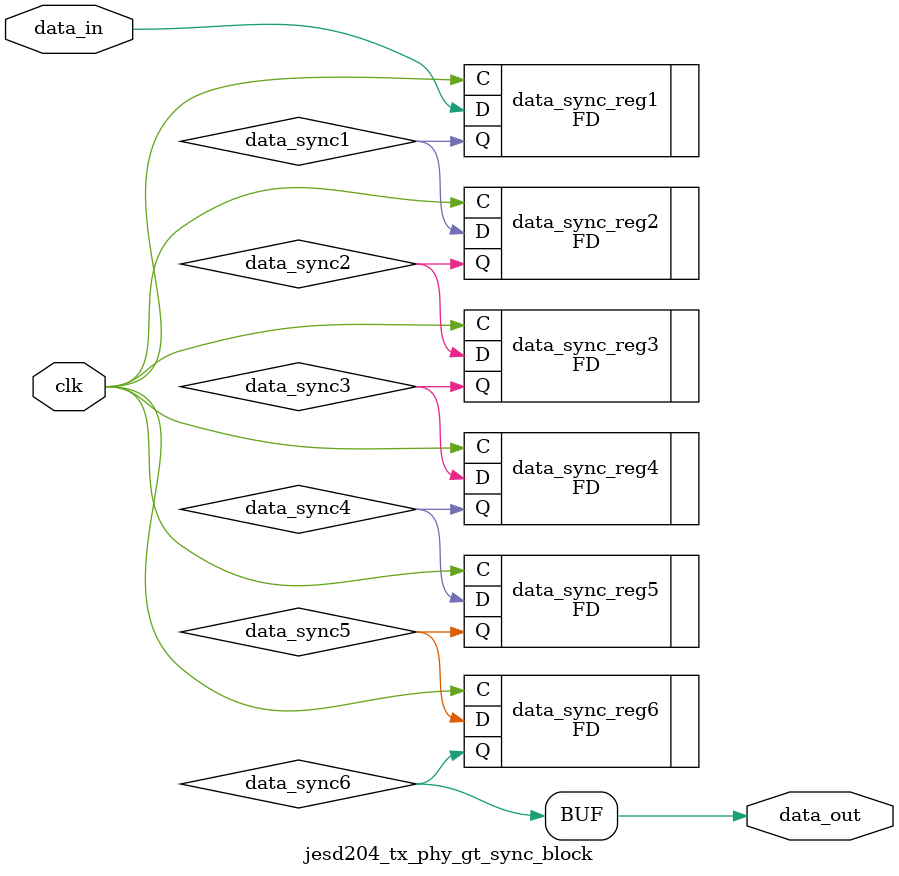
<source format=v>




`timescale 1ps / 1ps

//(* dont_touch = "yes" *)
module jesd204_tx_phy_gt_sync_block #(
  parameter INITIALISE = 6'b000000
)
(
  input        clk,              // clock to be sync'ed to
  input        data_in,          // Data to be 'synced'
  output       data_out          // synced data
);

  // Internal Signals
  wire data_sync1;
  wire data_sync2;
  wire data_sync3;
  wire data_sync4;
  wire data_sync5;
  wire data_sync6;


  (* shreg_extract = "no", ASYNC_REG = "TRUE" *)
  FD #(
    .INIT (INITIALISE[0])
  ) data_sync_reg1 (
    .C  (clk),
    .D  (data_in),
    .Q  (data_sync1)
  );


  (* shreg_extract = "no", ASYNC_REG = "TRUE" *)
  FD #(
   .INIT (INITIALISE[1])
  ) data_sync_reg2 (
  .C  (clk),
  .D  (data_sync1),
  .Q  (data_sync2)
  );


  (* shreg_extract = "no", ASYNC_REG = "TRUE" *)
  FD #(
   .INIT (INITIALISE[2])
  ) data_sync_reg3 (
  .C  (clk),
  .D  (data_sync2),
  .Q  (data_sync3)
  );

  (* shreg_extract = "no", ASYNC_REG = "TRUE" *)
  FD #(
   .INIT (INITIALISE[3])
  ) data_sync_reg4 (
  .C  (clk),
  .D  (data_sync3),
  .Q  (data_sync4)
  );

  (* shreg_extract = "no", ASYNC_REG = "TRUE" *)
  FD #(
   .INIT (INITIALISE[4])
  ) data_sync_reg5 (
  .C  (clk),
  .D  (data_sync4),
  .Q  (data_sync5)
  );

  (* shreg_extract = "no", ASYNC_REG = "TRUE" *)
  FD #(
   .INIT (INITIALISE[5])
  ) data_sync_reg6 (
  .C  (clk),
  .D  (data_sync5),
  .Q  (data_sync6)
  );
  assign data_out = data_sync6;



endmodule

</source>
